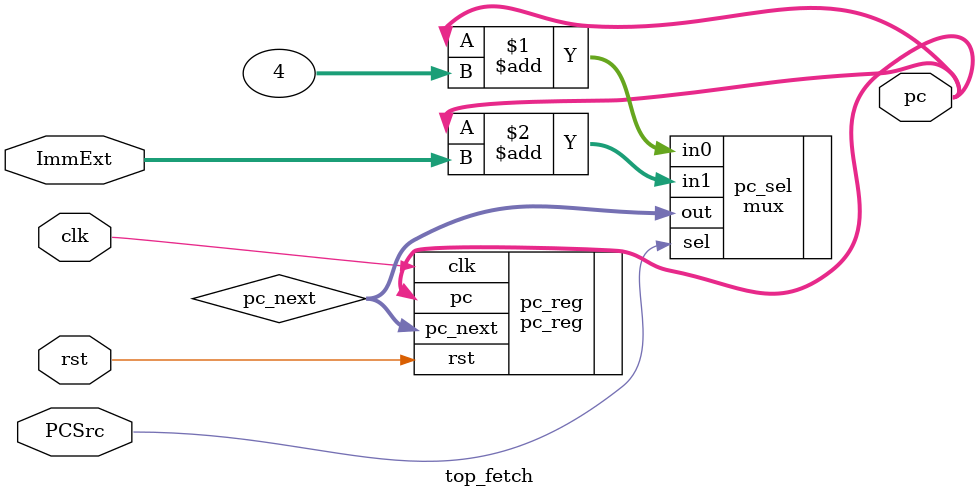
<source format=sv>
module top_fetch #(
    parameter   ADDRESS_WIDTH = 32
)(
    input  logic                       clk,
    input  logic                       rst,
    input  logic                       PCSrc,
    input  logic [ADDRESS_WIDTH-1:0]   ImmExt,
    output logic [ADDRESS_WIDTH-1:0]   pc
);

logic [ADDRESS_WIDTH-1:0] pc_next;



pc_reg pc_reg(
    .clk    (clk),
    .rst    (rst),
    .pc_next(pc_next),
    .pc     (pc)
);

mux  #(
    32
) pc_sel
(
    .in0    (pc + 4),
    .in1    (pc + ImmExt),
    .sel    (PCSrc),
    .out    (pc_next)
);


    
endmodule

</source>
